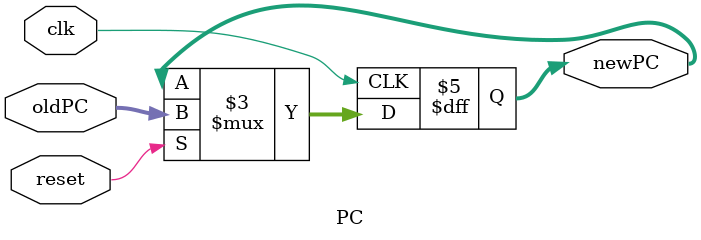
<source format=v>
module PC(clk,reset, newPC, oldPC);

//I/O ports
output [15:0] newPC;
input clk, reset;
input [15:0] oldPC;

//output defined as register
reg [15:0] newPC;

always @(posedge clk or negedge reset) 
begin
	if (!reset)
	begin
		newPC <= newPC;
	end
	else
	begin
		//oldPC becomes new PC on posedge of the clock
		newPC <= oldPC;
	end
end
endmodule

</source>
